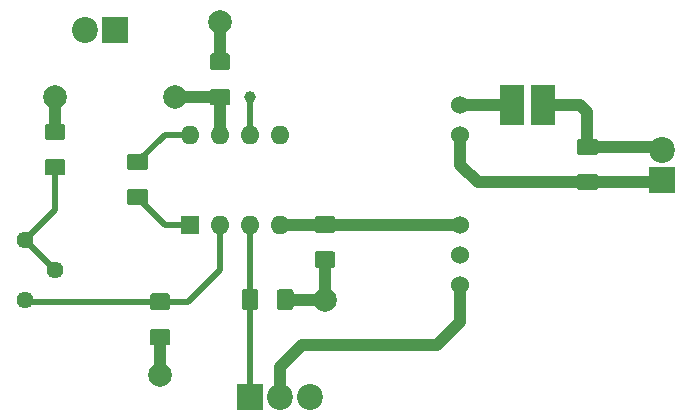
<source format=gbr>
G04 #@! TF.GenerationSoftware,KiCad,Pcbnew,(5.0.2)-1*
G04 #@! TF.CreationDate,2021-10-26T14:02:46-04:00*
G04 #@! TF.ProjectId,thermistor_amplifier,74686572-6d69-4737-946f-725f616d706c,rev?*
G04 #@! TF.SameCoordinates,Original*
G04 #@! TF.FileFunction,Copper,L1,Top*
G04 #@! TF.FilePolarity,Positive*
%FSLAX46Y46*%
G04 Gerber Fmt 4.6, Leading zero omitted, Abs format (unit mm)*
G04 Created by KiCad (PCBNEW (5.0.2)-1) date 10/26/2021 2:02:46 PM*
%MOMM*%
%LPD*%
G01*
G04 APERTURE LIST*
G04 #@! TA.AperFunction,SMDPad,CuDef*
%ADD10R,2.000000X3.500000*%
G04 #@! TD*
G04 #@! TA.AperFunction,Conductor*
%ADD11C,0.100000*%
G04 #@! TD*
G04 #@! TA.AperFunction,SMDPad,CuDef*
%ADD12C,1.425000*%
G04 #@! TD*
G04 #@! TA.AperFunction,ComponentPad*
%ADD13C,2.200000*%
G04 #@! TD*
G04 #@! TA.AperFunction,ComponentPad*
%ADD14R,2.200000X2.200000*%
G04 #@! TD*
G04 #@! TA.AperFunction,ComponentPad*
%ADD15C,1.524000*%
G04 #@! TD*
G04 #@! TA.AperFunction,ComponentPad*
%ADD16R,1.600000X1.600000*%
G04 #@! TD*
G04 #@! TA.AperFunction,ComponentPad*
%ADD17O,1.600000X1.600000*%
G04 #@! TD*
G04 #@! TA.AperFunction,ComponentPad*
%ADD18C,1.440000*%
G04 #@! TD*
G04 #@! TA.AperFunction,ViaPad*
%ADD19C,2.000000*%
G04 #@! TD*
G04 #@! TA.AperFunction,ViaPad*
%ADD20C,1.000000*%
G04 #@! TD*
G04 #@! TA.AperFunction,Conductor*
%ADD21C,1.000000*%
G04 #@! TD*
G04 #@! TA.AperFunction,Conductor*
%ADD22C,0.500000*%
G04 #@! TD*
G04 #@! TA.AperFunction,Conductor*
%ADD23C,0.250000*%
G04 #@! TD*
G04 APERTURE END LIST*
D10*
G04 #@! TO.P,L1,2*
G04 #@! TO.N,Net-(C1-Pad2)*
X141685000Y-71120000D03*
G04 #@! TO.P,L1,1*
G04 #@! TO.N,Net-(L1-Pad1)*
X138985000Y-71120000D03*
G04 #@! TD*
D11*
G04 #@! TO.N,Earth*
G04 #@! TO.C,C1*
G36*
X146064504Y-76976204D02*
X146088773Y-76979804D01*
X146112571Y-76985765D01*
X146135671Y-76994030D01*
X146157849Y-77004520D01*
X146178893Y-77017133D01*
X146198598Y-77031747D01*
X146216777Y-77048223D01*
X146233253Y-77066402D01*
X146247867Y-77086107D01*
X146260480Y-77107151D01*
X146270970Y-77129329D01*
X146279235Y-77152429D01*
X146285196Y-77176227D01*
X146288796Y-77200496D01*
X146290000Y-77225000D01*
X146290000Y-78150000D01*
X146288796Y-78174504D01*
X146285196Y-78198773D01*
X146279235Y-78222571D01*
X146270970Y-78245671D01*
X146260480Y-78267849D01*
X146247867Y-78288893D01*
X146233253Y-78308598D01*
X146216777Y-78326777D01*
X146198598Y-78343253D01*
X146178893Y-78357867D01*
X146157849Y-78370480D01*
X146135671Y-78380970D01*
X146112571Y-78389235D01*
X146088773Y-78395196D01*
X146064504Y-78398796D01*
X146040000Y-78400000D01*
X144790000Y-78400000D01*
X144765496Y-78398796D01*
X144741227Y-78395196D01*
X144717429Y-78389235D01*
X144694329Y-78380970D01*
X144672151Y-78370480D01*
X144651107Y-78357867D01*
X144631402Y-78343253D01*
X144613223Y-78326777D01*
X144596747Y-78308598D01*
X144582133Y-78288893D01*
X144569520Y-78267849D01*
X144559030Y-78245671D01*
X144550765Y-78222571D01*
X144544804Y-78198773D01*
X144541204Y-78174504D01*
X144540000Y-78150000D01*
X144540000Y-77225000D01*
X144541204Y-77200496D01*
X144544804Y-77176227D01*
X144550765Y-77152429D01*
X144559030Y-77129329D01*
X144569520Y-77107151D01*
X144582133Y-77086107D01*
X144596747Y-77066402D01*
X144613223Y-77048223D01*
X144631402Y-77031747D01*
X144651107Y-77017133D01*
X144672151Y-77004520D01*
X144694329Y-76994030D01*
X144717429Y-76985765D01*
X144741227Y-76979804D01*
X144765496Y-76976204D01*
X144790000Y-76975000D01*
X146040000Y-76975000D01*
X146064504Y-76976204D01*
X146064504Y-76976204D01*
G37*
D12*
G04 #@! TD*
G04 #@! TO.P,C1,1*
G04 #@! TO.N,Earth*
X145415000Y-77687500D03*
D11*
G04 #@! TO.N,Net-(C1-Pad2)*
G04 #@! TO.C,C1*
G36*
X146064504Y-74001204D02*
X146088773Y-74004804D01*
X146112571Y-74010765D01*
X146135671Y-74019030D01*
X146157849Y-74029520D01*
X146178893Y-74042133D01*
X146198598Y-74056747D01*
X146216777Y-74073223D01*
X146233253Y-74091402D01*
X146247867Y-74111107D01*
X146260480Y-74132151D01*
X146270970Y-74154329D01*
X146279235Y-74177429D01*
X146285196Y-74201227D01*
X146288796Y-74225496D01*
X146290000Y-74250000D01*
X146290000Y-75175000D01*
X146288796Y-75199504D01*
X146285196Y-75223773D01*
X146279235Y-75247571D01*
X146270970Y-75270671D01*
X146260480Y-75292849D01*
X146247867Y-75313893D01*
X146233253Y-75333598D01*
X146216777Y-75351777D01*
X146198598Y-75368253D01*
X146178893Y-75382867D01*
X146157849Y-75395480D01*
X146135671Y-75405970D01*
X146112571Y-75414235D01*
X146088773Y-75420196D01*
X146064504Y-75423796D01*
X146040000Y-75425000D01*
X144790000Y-75425000D01*
X144765496Y-75423796D01*
X144741227Y-75420196D01*
X144717429Y-75414235D01*
X144694329Y-75405970D01*
X144672151Y-75395480D01*
X144651107Y-75382867D01*
X144631402Y-75368253D01*
X144613223Y-75351777D01*
X144596747Y-75333598D01*
X144582133Y-75313893D01*
X144569520Y-75292849D01*
X144559030Y-75270671D01*
X144550765Y-75247571D01*
X144544804Y-75223773D01*
X144541204Y-75199504D01*
X144540000Y-75175000D01*
X144540000Y-74250000D01*
X144541204Y-74225496D01*
X144544804Y-74201227D01*
X144550765Y-74177429D01*
X144559030Y-74154329D01*
X144569520Y-74132151D01*
X144582133Y-74111107D01*
X144596747Y-74091402D01*
X144613223Y-74073223D01*
X144631402Y-74056747D01*
X144651107Y-74042133D01*
X144672151Y-74029520D01*
X144694329Y-74019030D01*
X144717429Y-74010765D01*
X144741227Y-74004804D01*
X144765496Y-74001204D01*
X144790000Y-74000000D01*
X146040000Y-74000000D01*
X146064504Y-74001204D01*
X146064504Y-74001204D01*
G37*
D12*
G04 #@! TD*
G04 #@! TO.P,C1,2*
G04 #@! TO.N,Net-(C1-Pad2)*
X145415000Y-74712500D03*
D11*
G04 #@! TO.N,+5V*
G04 #@! TO.C,C2*
G36*
X114949504Y-69773704D02*
X114973773Y-69777304D01*
X114997571Y-69783265D01*
X115020671Y-69791530D01*
X115042849Y-69802020D01*
X115063893Y-69814633D01*
X115083598Y-69829247D01*
X115101777Y-69845723D01*
X115118253Y-69863902D01*
X115132867Y-69883607D01*
X115145480Y-69904651D01*
X115155970Y-69926829D01*
X115164235Y-69949929D01*
X115170196Y-69973727D01*
X115173796Y-69997996D01*
X115175000Y-70022500D01*
X115175000Y-70947500D01*
X115173796Y-70972004D01*
X115170196Y-70996273D01*
X115164235Y-71020071D01*
X115155970Y-71043171D01*
X115145480Y-71065349D01*
X115132867Y-71086393D01*
X115118253Y-71106098D01*
X115101777Y-71124277D01*
X115083598Y-71140753D01*
X115063893Y-71155367D01*
X115042849Y-71167980D01*
X115020671Y-71178470D01*
X114997571Y-71186735D01*
X114973773Y-71192696D01*
X114949504Y-71196296D01*
X114925000Y-71197500D01*
X113675000Y-71197500D01*
X113650496Y-71196296D01*
X113626227Y-71192696D01*
X113602429Y-71186735D01*
X113579329Y-71178470D01*
X113557151Y-71167980D01*
X113536107Y-71155367D01*
X113516402Y-71140753D01*
X113498223Y-71124277D01*
X113481747Y-71106098D01*
X113467133Y-71086393D01*
X113454520Y-71065349D01*
X113444030Y-71043171D01*
X113435765Y-71020071D01*
X113429804Y-70996273D01*
X113426204Y-70972004D01*
X113425000Y-70947500D01*
X113425000Y-70022500D01*
X113426204Y-69997996D01*
X113429804Y-69973727D01*
X113435765Y-69949929D01*
X113444030Y-69926829D01*
X113454520Y-69904651D01*
X113467133Y-69883607D01*
X113481747Y-69863902D01*
X113498223Y-69845723D01*
X113516402Y-69829247D01*
X113536107Y-69814633D01*
X113557151Y-69802020D01*
X113579329Y-69791530D01*
X113602429Y-69783265D01*
X113626227Y-69777304D01*
X113650496Y-69773704D01*
X113675000Y-69772500D01*
X114925000Y-69772500D01*
X114949504Y-69773704D01*
X114949504Y-69773704D01*
G37*
D12*
G04 #@! TD*
G04 #@! TO.P,C2,1*
G04 #@! TO.N,+5V*
X114300000Y-70485000D03*
D11*
G04 #@! TO.N,Earth*
G04 #@! TO.C,C2*
G36*
X114949504Y-66798704D02*
X114973773Y-66802304D01*
X114997571Y-66808265D01*
X115020671Y-66816530D01*
X115042849Y-66827020D01*
X115063893Y-66839633D01*
X115083598Y-66854247D01*
X115101777Y-66870723D01*
X115118253Y-66888902D01*
X115132867Y-66908607D01*
X115145480Y-66929651D01*
X115155970Y-66951829D01*
X115164235Y-66974929D01*
X115170196Y-66998727D01*
X115173796Y-67022996D01*
X115175000Y-67047500D01*
X115175000Y-67972500D01*
X115173796Y-67997004D01*
X115170196Y-68021273D01*
X115164235Y-68045071D01*
X115155970Y-68068171D01*
X115145480Y-68090349D01*
X115132867Y-68111393D01*
X115118253Y-68131098D01*
X115101777Y-68149277D01*
X115083598Y-68165753D01*
X115063893Y-68180367D01*
X115042849Y-68192980D01*
X115020671Y-68203470D01*
X114997571Y-68211735D01*
X114973773Y-68217696D01*
X114949504Y-68221296D01*
X114925000Y-68222500D01*
X113675000Y-68222500D01*
X113650496Y-68221296D01*
X113626227Y-68217696D01*
X113602429Y-68211735D01*
X113579329Y-68203470D01*
X113557151Y-68192980D01*
X113536107Y-68180367D01*
X113516402Y-68165753D01*
X113498223Y-68149277D01*
X113481747Y-68131098D01*
X113467133Y-68111393D01*
X113454520Y-68090349D01*
X113444030Y-68068171D01*
X113435765Y-68045071D01*
X113429804Y-68021273D01*
X113426204Y-67997004D01*
X113425000Y-67972500D01*
X113425000Y-67047500D01*
X113426204Y-67022996D01*
X113429804Y-66998727D01*
X113435765Y-66974929D01*
X113444030Y-66951829D01*
X113454520Y-66929651D01*
X113467133Y-66908607D01*
X113481747Y-66888902D01*
X113498223Y-66870723D01*
X113516402Y-66854247D01*
X113536107Y-66839633D01*
X113557151Y-66827020D01*
X113579329Y-66816530D01*
X113602429Y-66808265D01*
X113626227Y-66802304D01*
X113650496Y-66798704D01*
X113675000Y-66797500D01*
X114925000Y-66797500D01*
X114949504Y-66798704D01*
X114949504Y-66798704D01*
G37*
D12*
G04 #@! TD*
G04 #@! TO.P,C2,2*
G04 #@! TO.N,Earth*
X114300000Y-67510000D03*
D11*
G04 #@! TO.N,Earth*
G04 #@! TO.C,C3*
G36*
X123839504Y-83543704D02*
X123863773Y-83547304D01*
X123887571Y-83553265D01*
X123910671Y-83561530D01*
X123932849Y-83572020D01*
X123953893Y-83584633D01*
X123973598Y-83599247D01*
X123991777Y-83615723D01*
X124008253Y-83633902D01*
X124022867Y-83653607D01*
X124035480Y-83674651D01*
X124045970Y-83696829D01*
X124054235Y-83719929D01*
X124060196Y-83743727D01*
X124063796Y-83767996D01*
X124065000Y-83792500D01*
X124065000Y-84717500D01*
X124063796Y-84742004D01*
X124060196Y-84766273D01*
X124054235Y-84790071D01*
X124045970Y-84813171D01*
X124035480Y-84835349D01*
X124022867Y-84856393D01*
X124008253Y-84876098D01*
X123991777Y-84894277D01*
X123973598Y-84910753D01*
X123953893Y-84925367D01*
X123932849Y-84937980D01*
X123910671Y-84948470D01*
X123887571Y-84956735D01*
X123863773Y-84962696D01*
X123839504Y-84966296D01*
X123815000Y-84967500D01*
X122565000Y-84967500D01*
X122540496Y-84966296D01*
X122516227Y-84962696D01*
X122492429Y-84956735D01*
X122469329Y-84948470D01*
X122447151Y-84937980D01*
X122426107Y-84925367D01*
X122406402Y-84910753D01*
X122388223Y-84894277D01*
X122371747Y-84876098D01*
X122357133Y-84856393D01*
X122344520Y-84835349D01*
X122334030Y-84813171D01*
X122325765Y-84790071D01*
X122319804Y-84766273D01*
X122316204Y-84742004D01*
X122315000Y-84717500D01*
X122315000Y-83792500D01*
X122316204Y-83767996D01*
X122319804Y-83743727D01*
X122325765Y-83719929D01*
X122334030Y-83696829D01*
X122344520Y-83674651D01*
X122357133Y-83653607D01*
X122371747Y-83633902D01*
X122388223Y-83615723D01*
X122406402Y-83599247D01*
X122426107Y-83584633D01*
X122447151Y-83572020D01*
X122469329Y-83561530D01*
X122492429Y-83553265D01*
X122516227Y-83547304D01*
X122540496Y-83543704D01*
X122565000Y-83542500D01*
X123815000Y-83542500D01*
X123839504Y-83543704D01*
X123839504Y-83543704D01*
G37*
D12*
G04 #@! TD*
G04 #@! TO.P,C3,2*
G04 #@! TO.N,Earth*
X123190000Y-84255000D03*
D11*
G04 #@! TO.N,-5V*
G04 #@! TO.C,C3*
G36*
X123839504Y-80568704D02*
X123863773Y-80572304D01*
X123887571Y-80578265D01*
X123910671Y-80586530D01*
X123932849Y-80597020D01*
X123953893Y-80609633D01*
X123973598Y-80624247D01*
X123991777Y-80640723D01*
X124008253Y-80658902D01*
X124022867Y-80678607D01*
X124035480Y-80699651D01*
X124045970Y-80721829D01*
X124054235Y-80744929D01*
X124060196Y-80768727D01*
X124063796Y-80792996D01*
X124065000Y-80817500D01*
X124065000Y-81742500D01*
X124063796Y-81767004D01*
X124060196Y-81791273D01*
X124054235Y-81815071D01*
X124045970Y-81838171D01*
X124035480Y-81860349D01*
X124022867Y-81881393D01*
X124008253Y-81901098D01*
X123991777Y-81919277D01*
X123973598Y-81935753D01*
X123953893Y-81950367D01*
X123932849Y-81962980D01*
X123910671Y-81973470D01*
X123887571Y-81981735D01*
X123863773Y-81987696D01*
X123839504Y-81991296D01*
X123815000Y-81992500D01*
X122565000Y-81992500D01*
X122540496Y-81991296D01*
X122516227Y-81987696D01*
X122492429Y-81981735D01*
X122469329Y-81973470D01*
X122447151Y-81962980D01*
X122426107Y-81950367D01*
X122406402Y-81935753D01*
X122388223Y-81919277D01*
X122371747Y-81901098D01*
X122357133Y-81881393D01*
X122344520Y-81860349D01*
X122334030Y-81838171D01*
X122325765Y-81815071D01*
X122319804Y-81791273D01*
X122316204Y-81767004D01*
X122315000Y-81742500D01*
X122315000Y-80817500D01*
X122316204Y-80792996D01*
X122319804Y-80768727D01*
X122325765Y-80744929D01*
X122334030Y-80721829D01*
X122344520Y-80699651D01*
X122357133Y-80678607D01*
X122371747Y-80658902D01*
X122388223Y-80640723D01*
X122406402Y-80624247D01*
X122426107Y-80609633D01*
X122447151Y-80597020D01*
X122469329Y-80586530D01*
X122492429Y-80578265D01*
X122516227Y-80572304D01*
X122540496Y-80568704D01*
X122565000Y-80567500D01*
X123815000Y-80567500D01*
X123839504Y-80568704D01*
X123839504Y-80568704D01*
G37*
D12*
G04 #@! TD*
G04 #@! TO.P,C3,1*
G04 #@! TO.N,-5V*
X123190000Y-81280000D03*
D13*
G04 #@! TO.P,J1,2*
G04 #@! TO.N,Net-(C1-Pad2)*
X151765000Y-74930000D03*
D14*
G04 #@! TO.P,J1,1*
G04 #@! TO.N,Earth*
X151765000Y-77470000D03*
G04 #@! TD*
G04 #@! TO.P,J2,1*
G04 #@! TO.N,Net-(J2-Pad1)*
X116840000Y-95885000D03*
D13*
G04 #@! TO.P,J2,2*
G04 #@! TO.N,+5V*
X119380000Y-95885000D03*
G04 #@! TO.P,J2,3*
G04 #@! TO.N,Earth*
X121920000Y-95885000D03*
G04 #@! TD*
D14*
G04 #@! TO.P,J3,1*
G04 #@! TO.N,Earth*
X105410000Y-64770000D03*
D13*
G04 #@! TO.P,J3,2*
G04 #@! TO.N,Net-(J3-Pad2)*
X102870000Y-64770000D03*
G04 #@! TD*
D11*
G04 #@! TO.N,Net-(R1-Pad1)*
G04 #@! TO.C,R1*
G36*
X100979504Y-75706204D02*
X101003773Y-75709804D01*
X101027571Y-75715765D01*
X101050671Y-75724030D01*
X101072849Y-75734520D01*
X101093893Y-75747133D01*
X101113598Y-75761747D01*
X101131777Y-75778223D01*
X101148253Y-75796402D01*
X101162867Y-75816107D01*
X101175480Y-75837151D01*
X101185970Y-75859329D01*
X101194235Y-75882429D01*
X101200196Y-75906227D01*
X101203796Y-75930496D01*
X101205000Y-75955000D01*
X101205000Y-76880000D01*
X101203796Y-76904504D01*
X101200196Y-76928773D01*
X101194235Y-76952571D01*
X101185970Y-76975671D01*
X101175480Y-76997849D01*
X101162867Y-77018893D01*
X101148253Y-77038598D01*
X101131777Y-77056777D01*
X101113598Y-77073253D01*
X101093893Y-77087867D01*
X101072849Y-77100480D01*
X101050671Y-77110970D01*
X101027571Y-77119235D01*
X101003773Y-77125196D01*
X100979504Y-77128796D01*
X100955000Y-77130000D01*
X99705000Y-77130000D01*
X99680496Y-77128796D01*
X99656227Y-77125196D01*
X99632429Y-77119235D01*
X99609329Y-77110970D01*
X99587151Y-77100480D01*
X99566107Y-77087867D01*
X99546402Y-77073253D01*
X99528223Y-77056777D01*
X99511747Y-77038598D01*
X99497133Y-77018893D01*
X99484520Y-76997849D01*
X99474030Y-76975671D01*
X99465765Y-76952571D01*
X99459804Y-76928773D01*
X99456204Y-76904504D01*
X99455000Y-76880000D01*
X99455000Y-75955000D01*
X99456204Y-75930496D01*
X99459804Y-75906227D01*
X99465765Y-75882429D01*
X99474030Y-75859329D01*
X99484520Y-75837151D01*
X99497133Y-75816107D01*
X99511747Y-75796402D01*
X99528223Y-75778223D01*
X99546402Y-75761747D01*
X99566107Y-75747133D01*
X99587151Y-75734520D01*
X99609329Y-75724030D01*
X99632429Y-75715765D01*
X99656227Y-75709804D01*
X99680496Y-75706204D01*
X99705000Y-75705000D01*
X100955000Y-75705000D01*
X100979504Y-75706204D01*
X100979504Y-75706204D01*
G37*
D12*
G04 #@! TD*
G04 #@! TO.P,R1,1*
G04 #@! TO.N,Net-(R1-Pad1)*
X100330000Y-76417500D03*
D11*
G04 #@! TO.N,+5V*
G04 #@! TO.C,R1*
G36*
X100979504Y-72731204D02*
X101003773Y-72734804D01*
X101027571Y-72740765D01*
X101050671Y-72749030D01*
X101072849Y-72759520D01*
X101093893Y-72772133D01*
X101113598Y-72786747D01*
X101131777Y-72803223D01*
X101148253Y-72821402D01*
X101162867Y-72841107D01*
X101175480Y-72862151D01*
X101185970Y-72884329D01*
X101194235Y-72907429D01*
X101200196Y-72931227D01*
X101203796Y-72955496D01*
X101205000Y-72980000D01*
X101205000Y-73905000D01*
X101203796Y-73929504D01*
X101200196Y-73953773D01*
X101194235Y-73977571D01*
X101185970Y-74000671D01*
X101175480Y-74022849D01*
X101162867Y-74043893D01*
X101148253Y-74063598D01*
X101131777Y-74081777D01*
X101113598Y-74098253D01*
X101093893Y-74112867D01*
X101072849Y-74125480D01*
X101050671Y-74135970D01*
X101027571Y-74144235D01*
X101003773Y-74150196D01*
X100979504Y-74153796D01*
X100955000Y-74155000D01*
X99705000Y-74155000D01*
X99680496Y-74153796D01*
X99656227Y-74150196D01*
X99632429Y-74144235D01*
X99609329Y-74135970D01*
X99587151Y-74125480D01*
X99566107Y-74112867D01*
X99546402Y-74098253D01*
X99528223Y-74081777D01*
X99511747Y-74063598D01*
X99497133Y-74043893D01*
X99484520Y-74022849D01*
X99474030Y-74000671D01*
X99465765Y-73977571D01*
X99459804Y-73953773D01*
X99456204Y-73929504D01*
X99455000Y-73905000D01*
X99455000Y-72980000D01*
X99456204Y-72955496D01*
X99459804Y-72931227D01*
X99465765Y-72907429D01*
X99474030Y-72884329D01*
X99484520Y-72862151D01*
X99497133Y-72841107D01*
X99511747Y-72821402D01*
X99528223Y-72803223D01*
X99546402Y-72786747D01*
X99566107Y-72772133D01*
X99587151Y-72759520D01*
X99609329Y-72749030D01*
X99632429Y-72740765D01*
X99656227Y-72734804D01*
X99680496Y-72731204D01*
X99705000Y-72730000D01*
X100955000Y-72730000D01*
X100979504Y-72731204D01*
X100979504Y-72731204D01*
G37*
D12*
G04 #@! TD*
G04 #@! TO.P,R1,2*
G04 #@! TO.N,+5V*
X100330000Y-73442500D03*
D11*
G04 #@! TO.N,Net-(R2-Pad1)*
G04 #@! TO.C,R3*
G36*
X109869504Y-87118704D02*
X109893773Y-87122304D01*
X109917571Y-87128265D01*
X109940671Y-87136530D01*
X109962849Y-87147020D01*
X109983893Y-87159633D01*
X110003598Y-87174247D01*
X110021777Y-87190723D01*
X110038253Y-87208902D01*
X110052867Y-87228607D01*
X110065480Y-87249651D01*
X110075970Y-87271829D01*
X110084235Y-87294929D01*
X110090196Y-87318727D01*
X110093796Y-87342996D01*
X110095000Y-87367500D01*
X110095000Y-88292500D01*
X110093796Y-88317004D01*
X110090196Y-88341273D01*
X110084235Y-88365071D01*
X110075970Y-88388171D01*
X110065480Y-88410349D01*
X110052867Y-88431393D01*
X110038253Y-88451098D01*
X110021777Y-88469277D01*
X110003598Y-88485753D01*
X109983893Y-88500367D01*
X109962849Y-88512980D01*
X109940671Y-88523470D01*
X109917571Y-88531735D01*
X109893773Y-88537696D01*
X109869504Y-88541296D01*
X109845000Y-88542500D01*
X108595000Y-88542500D01*
X108570496Y-88541296D01*
X108546227Y-88537696D01*
X108522429Y-88531735D01*
X108499329Y-88523470D01*
X108477151Y-88512980D01*
X108456107Y-88500367D01*
X108436402Y-88485753D01*
X108418223Y-88469277D01*
X108401747Y-88451098D01*
X108387133Y-88431393D01*
X108374520Y-88410349D01*
X108364030Y-88388171D01*
X108355765Y-88365071D01*
X108349804Y-88341273D01*
X108346204Y-88317004D01*
X108345000Y-88292500D01*
X108345000Y-87367500D01*
X108346204Y-87342996D01*
X108349804Y-87318727D01*
X108355765Y-87294929D01*
X108364030Y-87271829D01*
X108374520Y-87249651D01*
X108387133Y-87228607D01*
X108401747Y-87208902D01*
X108418223Y-87190723D01*
X108436402Y-87174247D01*
X108456107Y-87159633D01*
X108477151Y-87147020D01*
X108499329Y-87136530D01*
X108522429Y-87128265D01*
X108546227Y-87122304D01*
X108570496Y-87118704D01*
X108595000Y-87117500D01*
X109845000Y-87117500D01*
X109869504Y-87118704D01*
X109869504Y-87118704D01*
G37*
D12*
G04 #@! TD*
G04 #@! TO.P,R3,2*
G04 #@! TO.N,Net-(R2-Pad1)*
X109220000Y-87830000D03*
D11*
G04 #@! TO.N,Earth*
G04 #@! TO.C,R3*
G36*
X109869504Y-90093704D02*
X109893773Y-90097304D01*
X109917571Y-90103265D01*
X109940671Y-90111530D01*
X109962849Y-90122020D01*
X109983893Y-90134633D01*
X110003598Y-90149247D01*
X110021777Y-90165723D01*
X110038253Y-90183902D01*
X110052867Y-90203607D01*
X110065480Y-90224651D01*
X110075970Y-90246829D01*
X110084235Y-90269929D01*
X110090196Y-90293727D01*
X110093796Y-90317996D01*
X110095000Y-90342500D01*
X110095000Y-91267500D01*
X110093796Y-91292004D01*
X110090196Y-91316273D01*
X110084235Y-91340071D01*
X110075970Y-91363171D01*
X110065480Y-91385349D01*
X110052867Y-91406393D01*
X110038253Y-91426098D01*
X110021777Y-91444277D01*
X110003598Y-91460753D01*
X109983893Y-91475367D01*
X109962849Y-91487980D01*
X109940671Y-91498470D01*
X109917571Y-91506735D01*
X109893773Y-91512696D01*
X109869504Y-91516296D01*
X109845000Y-91517500D01*
X108595000Y-91517500D01*
X108570496Y-91516296D01*
X108546227Y-91512696D01*
X108522429Y-91506735D01*
X108499329Y-91498470D01*
X108477151Y-91487980D01*
X108456107Y-91475367D01*
X108436402Y-91460753D01*
X108418223Y-91444277D01*
X108401747Y-91426098D01*
X108387133Y-91406393D01*
X108374520Y-91385349D01*
X108364030Y-91363171D01*
X108355765Y-91340071D01*
X108349804Y-91316273D01*
X108346204Y-91292004D01*
X108345000Y-91267500D01*
X108345000Y-90342500D01*
X108346204Y-90317996D01*
X108349804Y-90293727D01*
X108355765Y-90269929D01*
X108364030Y-90246829D01*
X108374520Y-90224651D01*
X108387133Y-90203607D01*
X108401747Y-90183902D01*
X108418223Y-90165723D01*
X108436402Y-90149247D01*
X108456107Y-90134633D01*
X108477151Y-90122020D01*
X108499329Y-90111530D01*
X108522429Y-90103265D01*
X108546227Y-90097304D01*
X108570496Y-90093704D01*
X108595000Y-90092500D01*
X109845000Y-90092500D01*
X109869504Y-90093704D01*
X109869504Y-90093704D01*
G37*
D12*
G04 #@! TD*
G04 #@! TO.P,R3,1*
G04 #@! TO.N,Earth*
X109220000Y-90805000D03*
D11*
G04 #@! TO.N,Earth*
G04 #@! TO.C,R4*
G36*
X120302004Y-86756204D02*
X120326273Y-86759804D01*
X120350071Y-86765765D01*
X120373171Y-86774030D01*
X120395349Y-86784520D01*
X120416393Y-86797133D01*
X120436098Y-86811747D01*
X120454277Y-86828223D01*
X120470753Y-86846402D01*
X120485367Y-86866107D01*
X120497980Y-86887151D01*
X120508470Y-86909329D01*
X120516735Y-86932429D01*
X120522696Y-86956227D01*
X120526296Y-86980496D01*
X120527500Y-87005000D01*
X120527500Y-88255000D01*
X120526296Y-88279504D01*
X120522696Y-88303773D01*
X120516735Y-88327571D01*
X120508470Y-88350671D01*
X120497980Y-88372849D01*
X120485367Y-88393893D01*
X120470753Y-88413598D01*
X120454277Y-88431777D01*
X120436098Y-88448253D01*
X120416393Y-88462867D01*
X120395349Y-88475480D01*
X120373171Y-88485970D01*
X120350071Y-88494235D01*
X120326273Y-88500196D01*
X120302004Y-88503796D01*
X120277500Y-88505000D01*
X119352500Y-88505000D01*
X119327996Y-88503796D01*
X119303727Y-88500196D01*
X119279929Y-88494235D01*
X119256829Y-88485970D01*
X119234651Y-88475480D01*
X119213607Y-88462867D01*
X119193902Y-88448253D01*
X119175723Y-88431777D01*
X119159247Y-88413598D01*
X119144633Y-88393893D01*
X119132020Y-88372849D01*
X119121530Y-88350671D01*
X119113265Y-88327571D01*
X119107304Y-88303773D01*
X119103704Y-88279504D01*
X119102500Y-88255000D01*
X119102500Y-87005000D01*
X119103704Y-86980496D01*
X119107304Y-86956227D01*
X119113265Y-86932429D01*
X119121530Y-86909329D01*
X119132020Y-86887151D01*
X119144633Y-86866107D01*
X119159247Y-86846402D01*
X119175723Y-86828223D01*
X119193902Y-86811747D01*
X119213607Y-86797133D01*
X119234651Y-86784520D01*
X119256829Y-86774030D01*
X119279929Y-86765765D01*
X119303727Y-86759804D01*
X119327996Y-86756204D01*
X119352500Y-86755000D01*
X120277500Y-86755000D01*
X120302004Y-86756204D01*
X120302004Y-86756204D01*
G37*
D12*
G04 #@! TD*
G04 #@! TO.P,R4,1*
G04 #@! TO.N,Earth*
X119815000Y-87630000D03*
D11*
G04 #@! TO.N,Net-(J2-Pad1)*
G04 #@! TO.C,R4*
G36*
X117327004Y-86756204D02*
X117351273Y-86759804D01*
X117375071Y-86765765D01*
X117398171Y-86774030D01*
X117420349Y-86784520D01*
X117441393Y-86797133D01*
X117461098Y-86811747D01*
X117479277Y-86828223D01*
X117495753Y-86846402D01*
X117510367Y-86866107D01*
X117522980Y-86887151D01*
X117533470Y-86909329D01*
X117541735Y-86932429D01*
X117547696Y-86956227D01*
X117551296Y-86980496D01*
X117552500Y-87005000D01*
X117552500Y-88255000D01*
X117551296Y-88279504D01*
X117547696Y-88303773D01*
X117541735Y-88327571D01*
X117533470Y-88350671D01*
X117522980Y-88372849D01*
X117510367Y-88393893D01*
X117495753Y-88413598D01*
X117479277Y-88431777D01*
X117461098Y-88448253D01*
X117441393Y-88462867D01*
X117420349Y-88475480D01*
X117398171Y-88485970D01*
X117375071Y-88494235D01*
X117351273Y-88500196D01*
X117327004Y-88503796D01*
X117302500Y-88505000D01*
X116377500Y-88505000D01*
X116352996Y-88503796D01*
X116328727Y-88500196D01*
X116304929Y-88494235D01*
X116281829Y-88485970D01*
X116259651Y-88475480D01*
X116238607Y-88462867D01*
X116218902Y-88448253D01*
X116200723Y-88431777D01*
X116184247Y-88413598D01*
X116169633Y-88393893D01*
X116157020Y-88372849D01*
X116146530Y-88350671D01*
X116138265Y-88327571D01*
X116132304Y-88303773D01*
X116128704Y-88279504D01*
X116127500Y-88255000D01*
X116127500Y-87005000D01*
X116128704Y-86980496D01*
X116132304Y-86956227D01*
X116138265Y-86932429D01*
X116146530Y-86909329D01*
X116157020Y-86887151D01*
X116169633Y-86866107D01*
X116184247Y-86846402D01*
X116200723Y-86828223D01*
X116218902Y-86811747D01*
X116238607Y-86797133D01*
X116259651Y-86784520D01*
X116281829Y-86774030D01*
X116304929Y-86765765D01*
X116328727Y-86759804D01*
X116352996Y-86756204D01*
X116377500Y-86755000D01*
X117302500Y-86755000D01*
X117327004Y-86756204D01*
X117327004Y-86756204D01*
G37*
D12*
G04 #@! TD*
G04 #@! TO.P,R4,2*
G04 #@! TO.N,Net-(J2-Pad1)*
X116840000Y-87630000D03*
D11*
G04 #@! TO.N,Net-(R5-Pad1)*
G04 #@! TO.C,R5*
G36*
X107964504Y-78246204D02*
X107988773Y-78249804D01*
X108012571Y-78255765D01*
X108035671Y-78264030D01*
X108057849Y-78274520D01*
X108078893Y-78287133D01*
X108098598Y-78301747D01*
X108116777Y-78318223D01*
X108133253Y-78336402D01*
X108147867Y-78356107D01*
X108160480Y-78377151D01*
X108170970Y-78399329D01*
X108179235Y-78422429D01*
X108185196Y-78446227D01*
X108188796Y-78470496D01*
X108190000Y-78495000D01*
X108190000Y-79420000D01*
X108188796Y-79444504D01*
X108185196Y-79468773D01*
X108179235Y-79492571D01*
X108170970Y-79515671D01*
X108160480Y-79537849D01*
X108147867Y-79558893D01*
X108133253Y-79578598D01*
X108116777Y-79596777D01*
X108098598Y-79613253D01*
X108078893Y-79627867D01*
X108057849Y-79640480D01*
X108035671Y-79650970D01*
X108012571Y-79659235D01*
X107988773Y-79665196D01*
X107964504Y-79668796D01*
X107940000Y-79670000D01*
X106690000Y-79670000D01*
X106665496Y-79668796D01*
X106641227Y-79665196D01*
X106617429Y-79659235D01*
X106594329Y-79650970D01*
X106572151Y-79640480D01*
X106551107Y-79627867D01*
X106531402Y-79613253D01*
X106513223Y-79596777D01*
X106496747Y-79578598D01*
X106482133Y-79558893D01*
X106469520Y-79537849D01*
X106459030Y-79515671D01*
X106450765Y-79492571D01*
X106444804Y-79468773D01*
X106441204Y-79444504D01*
X106440000Y-79420000D01*
X106440000Y-78495000D01*
X106441204Y-78470496D01*
X106444804Y-78446227D01*
X106450765Y-78422429D01*
X106459030Y-78399329D01*
X106469520Y-78377151D01*
X106482133Y-78356107D01*
X106496747Y-78336402D01*
X106513223Y-78318223D01*
X106531402Y-78301747D01*
X106551107Y-78287133D01*
X106572151Y-78274520D01*
X106594329Y-78264030D01*
X106617429Y-78255765D01*
X106641227Y-78249804D01*
X106665496Y-78246204D01*
X106690000Y-78245000D01*
X107940000Y-78245000D01*
X107964504Y-78246204D01*
X107964504Y-78246204D01*
G37*
D12*
G04 #@! TD*
G04 #@! TO.P,R5,1*
G04 #@! TO.N,Net-(R5-Pad1)*
X107315000Y-78957500D03*
D11*
G04 #@! TO.N,Net-(R5-Pad2)*
G04 #@! TO.C,R5*
G36*
X107964504Y-75271204D02*
X107988773Y-75274804D01*
X108012571Y-75280765D01*
X108035671Y-75289030D01*
X108057849Y-75299520D01*
X108078893Y-75312133D01*
X108098598Y-75326747D01*
X108116777Y-75343223D01*
X108133253Y-75361402D01*
X108147867Y-75381107D01*
X108160480Y-75402151D01*
X108170970Y-75424329D01*
X108179235Y-75447429D01*
X108185196Y-75471227D01*
X108188796Y-75495496D01*
X108190000Y-75520000D01*
X108190000Y-76445000D01*
X108188796Y-76469504D01*
X108185196Y-76493773D01*
X108179235Y-76517571D01*
X108170970Y-76540671D01*
X108160480Y-76562849D01*
X108147867Y-76583893D01*
X108133253Y-76603598D01*
X108116777Y-76621777D01*
X108098598Y-76638253D01*
X108078893Y-76652867D01*
X108057849Y-76665480D01*
X108035671Y-76675970D01*
X108012571Y-76684235D01*
X107988773Y-76690196D01*
X107964504Y-76693796D01*
X107940000Y-76695000D01*
X106690000Y-76695000D01*
X106665496Y-76693796D01*
X106641227Y-76690196D01*
X106617429Y-76684235D01*
X106594329Y-76675970D01*
X106572151Y-76665480D01*
X106551107Y-76652867D01*
X106531402Y-76638253D01*
X106513223Y-76621777D01*
X106496747Y-76603598D01*
X106482133Y-76583893D01*
X106469520Y-76562849D01*
X106459030Y-76540671D01*
X106450765Y-76517571D01*
X106444804Y-76493773D01*
X106441204Y-76469504D01*
X106440000Y-76445000D01*
X106440000Y-75520000D01*
X106441204Y-75495496D01*
X106444804Y-75471227D01*
X106450765Y-75447429D01*
X106459030Y-75424329D01*
X106469520Y-75402151D01*
X106482133Y-75381107D01*
X106496747Y-75361402D01*
X106513223Y-75343223D01*
X106531402Y-75326747D01*
X106551107Y-75312133D01*
X106572151Y-75299520D01*
X106594329Y-75289030D01*
X106617429Y-75280765D01*
X106641227Y-75274804D01*
X106665496Y-75271204D01*
X106690000Y-75270000D01*
X107940000Y-75270000D01*
X107964504Y-75271204D01*
X107964504Y-75271204D01*
G37*
D12*
G04 #@! TD*
G04 #@! TO.P,R5,2*
G04 #@! TO.N,Net-(R5-Pad2)*
X107315000Y-75982500D03*
D15*
G04 #@! TO.P,U1,1*
G04 #@! TO.N,Net-(L1-Pad1)*
X134620000Y-71120000D03*
G04 #@! TO.P,U1,2*
G04 #@! TO.N,Earth*
X134620000Y-73660000D03*
G04 #@! TO.P,U1,5*
G04 #@! TO.N,-5V*
X134620000Y-81280000D03*
G04 #@! TO.P,U1,6*
G04 #@! TO.N,Earth*
X134620000Y-83820000D03*
G04 #@! TO.P,U1,7*
G04 #@! TO.N,+5V*
X134620000Y-86360000D03*
G04 #@! TD*
D16*
G04 #@! TO.P,U2,1*
G04 #@! TO.N,Net-(R5-Pad1)*
X111760000Y-81280000D03*
D17*
G04 #@! TO.P,U2,5*
G04 #@! TO.N,Earth*
X119380000Y-73660000D03*
G04 #@! TO.P,U2,2*
G04 #@! TO.N,Net-(R2-Pad1)*
X114300000Y-81280000D03*
G04 #@! TO.P,U2,6*
G04 #@! TO.N,Net-(J3-Pad2)*
X116840000Y-73660000D03*
G04 #@! TO.P,U2,3*
G04 #@! TO.N,Net-(J2-Pad1)*
X116840000Y-81280000D03*
G04 #@! TO.P,U2,7*
G04 #@! TO.N,+5V*
X114300000Y-73660000D03*
G04 #@! TO.P,U2,4*
G04 #@! TO.N,-5V*
X119380000Y-81280000D03*
G04 #@! TO.P,U2,8*
G04 #@! TO.N,Net-(R5-Pad2)*
X111760000Y-73660000D03*
G04 #@! TD*
D18*
G04 #@! TO.P,R2,3*
G04 #@! TO.N,Net-(R1-Pad1)*
X97790000Y-82550000D03*
G04 #@! TO.P,R2,2*
X100330000Y-85090000D03*
G04 #@! TO.P,R2,1*
G04 #@! TO.N,Net-(R2-Pad1)*
X97790000Y-87630000D03*
G04 #@! TD*
D19*
G04 #@! TO.N,Earth*
X123190000Y-87630000D03*
X114300000Y-64135000D03*
X109220000Y-93980000D03*
G04 #@! TO.N,+5V*
X110490000Y-70485000D03*
X100330000Y-70485000D03*
D20*
G04 #@! TO.N,Net-(J3-Pad2)*
X116840000Y-70485000D03*
G04 #@! TD*
D21*
G04 #@! TO.N,Earth*
X151547500Y-77687500D02*
X151765000Y-77470000D01*
X145415000Y-77687500D02*
X151547500Y-77687500D01*
X123190000Y-84255000D02*
X123190000Y-87630000D01*
X119815000Y-87630000D02*
X123190000Y-87630000D01*
X114300000Y-67510000D02*
X114300000Y-64135000D01*
X109220000Y-90805000D02*
X109220000Y-93980000D01*
X136107500Y-77687500D02*
X145415000Y-77687500D01*
X134620000Y-73660000D02*
X134620000Y-76200000D01*
X134620000Y-76200000D02*
X136107500Y-77687500D01*
D22*
G04 #@! TO.N,Net-(C1-Pad2)*
X145632500Y-74930000D02*
X145415000Y-74712500D01*
D21*
X151547500Y-74712500D02*
X151765000Y-74930000D01*
X145415000Y-74712500D02*
X151547500Y-74712500D01*
X141902500Y-70902500D02*
X141685000Y-71120000D01*
X145415000Y-74712500D02*
X145415000Y-71755000D01*
X144780000Y-71120000D02*
X141685000Y-71120000D01*
X145415000Y-71755000D02*
X144780000Y-71120000D01*
G04 #@! TO.N,+5V*
X114300000Y-70485000D02*
X114300000Y-73660000D01*
X134620000Y-89535000D02*
X134620000Y-86360000D01*
X132715000Y-91440000D02*
X134620000Y-89535000D01*
X121285000Y-91440000D02*
X132715000Y-91440000D01*
X119380000Y-95885000D02*
X119380000Y-93345000D01*
X119380000Y-93345000D02*
X121285000Y-91440000D01*
X100330000Y-70485000D02*
X100330000Y-73442500D01*
X110490000Y-70485000D02*
X114300000Y-70485000D01*
G04 #@! TO.N,-5V*
X123190000Y-81280000D02*
X119380000Y-81280000D01*
X134620000Y-81280000D02*
X123190000Y-81280000D01*
D23*
G04 #@! TO.N,Net-(J2-Pad1)*
X116840000Y-95885000D02*
X116840000Y-94535000D01*
D22*
X116840000Y-95885000D02*
X116840000Y-87630000D01*
X116840000Y-87630000D02*
X116840000Y-81280000D01*
G04 #@! TO.N,Net-(R1-Pad1)*
X100330000Y-80010000D02*
X97790000Y-82550000D01*
X100330000Y-76417500D02*
X100330000Y-80010000D01*
X100330000Y-85090000D02*
X97790000Y-82550000D01*
G04 #@! TO.N,Net-(R2-Pad1)*
X109220000Y-87830000D02*
X111560000Y-87830000D01*
X111560000Y-87830000D02*
X114300000Y-85090000D01*
X114300000Y-85090000D02*
X114300000Y-81280000D01*
X97990000Y-87830000D02*
X97790000Y-87630000D01*
X109220000Y-87830000D02*
X97990000Y-87830000D01*
G04 #@! TO.N,Net-(R5-Pad1)*
X109637500Y-81280000D02*
X111760000Y-81280000D01*
X107315000Y-78957500D02*
X109637500Y-81280000D01*
G04 #@! TO.N,Net-(R5-Pad2)*
X109637500Y-73660000D02*
X111760000Y-73660000D01*
X107315000Y-75982500D02*
X109637500Y-73660000D01*
D21*
G04 #@! TO.N,Net-(L1-Pad1)*
X134620000Y-71120000D02*
X138985000Y-71120000D01*
D22*
G04 #@! TO.N,Net-(J3-Pad2)*
X116840000Y-73660000D02*
X116840000Y-70485000D01*
G04 #@! TD*
M02*

</source>
